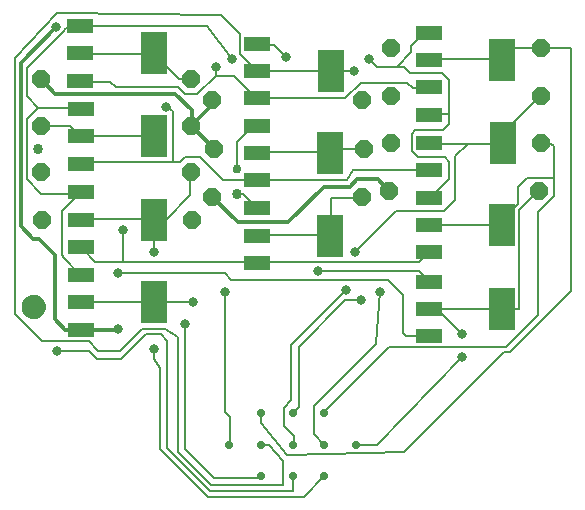
<source format=gbl>
G75*
%MOIN*%
%OFA0B0*%
%FSLAX25Y25*%
%IPPOS*%
%LPD*%
%AMOC8*
5,1,8,0,0,1.08239X$1,22.5*
%
%ADD10C,0.04000*%
%ADD11C,0.02781*%
%ADD12OC8,0.06000*%
%ADD13R,0.08800X0.04800*%
%ADD14R,0.08661X0.14173*%
%ADD15C,0.00600*%
%ADD16C,0.03378*%
%ADD17C,0.01200*%
%ADD18C,0.03181*%
%ADD19C,0.03024*%
D10*
X0012817Y0092581D02*
X0012819Y0092669D01*
X0012825Y0092757D01*
X0012835Y0092845D01*
X0012849Y0092933D01*
X0012866Y0093019D01*
X0012888Y0093105D01*
X0012913Y0093189D01*
X0012943Y0093273D01*
X0012975Y0093355D01*
X0013012Y0093435D01*
X0013052Y0093514D01*
X0013096Y0093591D01*
X0013143Y0093666D01*
X0013193Y0093738D01*
X0013247Y0093809D01*
X0013303Y0093876D01*
X0013363Y0093942D01*
X0013425Y0094004D01*
X0013491Y0094064D01*
X0013558Y0094120D01*
X0013629Y0094174D01*
X0013701Y0094224D01*
X0013776Y0094271D01*
X0013853Y0094315D01*
X0013932Y0094355D01*
X0014012Y0094392D01*
X0014094Y0094424D01*
X0014178Y0094454D01*
X0014262Y0094479D01*
X0014348Y0094501D01*
X0014434Y0094518D01*
X0014522Y0094532D01*
X0014610Y0094542D01*
X0014698Y0094548D01*
X0014786Y0094550D01*
X0014874Y0094548D01*
X0014962Y0094542D01*
X0015050Y0094532D01*
X0015138Y0094518D01*
X0015224Y0094501D01*
X0015310Y0094479D01*
X0015394Y0094454D01*
X0015478Y0094424D01*
X0015560Y0094392D01*
X0015640Y0094355D01*
X0015719Y0094315D01*
X0015796Y0094271D01*
X0015871Y0094224D01*
X0015943Y0094174D01*
X0016014Y0094120D01*
X0016081Y0094064D01*
X0016147Y0094004D01*
X0016209Y0093942D01*
X0016269Y0093876D01*
X0016325Y0093809D01*
X0016379Y0093738D01*
X0016429Y0093666D01*
X0016476Y0093591D01*
X0016520Y0093514D01*
X0016560Y0093435D01*
X0016597Y0093355D01*
X0016629Y0093273D01*
X0016659Y0093189D01*
X0016684Y0093105D01*
X0016706Y0093019D01*
X0016723Y0092933D01*
X0016737Y0092845D01*
X0016747Y0092757D01*
X0016753Y0092669D01*
X0016755Y0092581D01*
X0016753Y0092493D01*
X0016747Y0092405D01*
X0016737Y0092317D01*
X0016723Y0092229D01*
X0016706Y0092143D01*
X0016684Y0092057D01*
X0016659Y0091973D01*
X0016629Y0091889D01*
X0016597Y0091807D01*
X0016560Y0091727D01*
X0016520Y0091648D01*
X0016476Y0091571D01*
X0016429Y0091496D01*
X0016379Y0091424D01*
X0016325Y0091353D01*
X0016269Y0091286D01*
X0016209Y0091220D01*
X0016147Y0091158D01*
X0016081Y0091098D01*
X0016014Y0091042D01*
X0015943Y0090988D01*
X0015871Y0090938D01*
X0015796Y0090891D01*
X0015719Y0090847D01*
X0015640Y0090807D01*
X0015560Y0090770D01*
X0015478Y0090738D01*
X0015394Y0090708D01*
X0015310Y0090683D01*
X0015224Y0090661D01*
X0015138Y0090644D01*
X0015050Y0090630D01*
X0014962Y0090620D01*
X0014874Y0090614D01*
X0014786Y0090612D01*
X0014698Y0090614D01*
X0014610Y0090620D01*
X0014522Y0090630D01*
X0014434Y0090644D01*
X0014348Y0090661D01*
X0014262Y0090683D01*
X0014178Y0090708D01*
X0014094Y0090738D01*
X0014012Y0090770D01*
X0013932Y0090807D01*
X0013853Y0090847D01*
X0013776Y0090891D01*
X0013701Y0090938D01*
X0013629Y0090988D01*
X0013558Y0091042D01*
X0013491Y0091098D01*
X0013425Y0091158D01*
X0013363Y0091220D01*
X0013303Y0091286D01*
X0013247Y0091353D01*
X0013193Y0091424D01*
X0013143Y0091496D01*
X0013096Y0091571D01*
X0013052Y0091648D01*
X0013012Y0091727D01*
X0012975Y0091807D01*
X0012943Y0091889D01*
X0012913Y0091973D01*
X0012888Y0092057D01*
X0012866Y0092143D01*
X0012849Y0092229D01*
X0012835Y0092317D01*
X0012825Y0092405D01*
X0012819Y0092493D01*
X0012817Y0092581D01*
D11*
X0079943Y0046676D03*
X0090494Y0046676D03*
X0090494Y0057227D03*
X0101046Y0057227D03*
X0111557Y0057227D03*
X0111597Y0046676D03*
X0122148Y0046676D03*
X0111597Y0036124D03*
X0101046Y0036124D03*
X0090494Y0036124D03*
X0101046Y0046676D03*
D12*
X0067502Y0121557D03*
X0074353Y0129195D03*
X0067187Y0137581D03*
X0074983Y0145416D03*
X0067345Y0153014D03*
X0074195Y0161479D03*
X0067187Y0168447D03*
X0017187Y0168447D03*
X0017345Y0153014D03*
X0017187Y0137581D03*
X0017502Y0121557D03*
X0124353Y0129195D03*
X0133250Y0131321D03*
X0124983Y0145416D03*
X0134038Y0147109D03*
X0124195Y0161479D03*
X0133880Y0163014D03*
X0133880Y0179077D03*
X0183880Y0179077D03*
X0183880Y0163014D03*
X0184038Y0147109D03*
X0183250Y0131321D03*
D13*
X0146405Y0129083D03*
X0146641Y0138284D03*
X0146641Y0147384D03*
X0146641Y0156484D03*
X0146405Y0165843D03*
X0146405Y0174943D03*
X0146405Y0184043D03*
X0089318Y0180421D03*
X0089318Y0171321D03*
X0089318Y0162221D03*
X0089239Y0153020D03*
X0089239Y0143920D03*
X0089239Y0134820D03*
X0089161Y0125461D03*
X0089161Y0116361D03*
X0089161Y0107261D03*
X0146405Y0110883D03*
X0146405Y0119983D03*
X0146562Y0101051D03*
X0146562Y0091951D03*
X0146562Y0082851D03*
X0030578Y0085056D03*
X0030578Y0094156D03*
X0030578Y0103256D03*
X0030499Y0112615D03*
X0030499Y0121715D03*
X0030499Y0130815D03*
X0030578Y0140331D03*
X0030578Y0149431D03*
X0030578Y0158531D03*
X0030342Y0168048D03*
X0030342Y0177148D03*
X0030342Y0186248D03*
D14*
X0054743Y0177148D03*
X0054979Y0149431D03*
X0054900Y0121715D03*
X0054979Y0094156D03*
X0113561Y0116361D03*
X0113640Y0143920D03*
X0113719Y0171321D03*
X0170806Y0174943D03*
X0171042Y0147384D03*
X0170806Y0119983D03*
X0170963Y0091951D03*
D15*
X0056991Y0072266D02*
X0056991Y0045180D01*
X0072896Y0029274D01*
X0104746Y0029274D01*
X0111597Y0036124D01*
X0101046Y0036124D02*
X0101046Y0031203D01*
X0100928Y0031164D01*
X0073683Y0031164D01*
X0059353Y0045494D01*
X0059353Y0081400D01*
X0057148Y0083605D01*
X0052109Y0083605D01*
X0043850Y0075346D01*
X0035957Y0075346D01*
X0033280Y0078024D01*
X0022660Y0078024D01*
X0017463Y0081243D02*
X0033054Y0081243D01*
X0036361Y0077935D01*
X0043447Y0077935D01*
X0050849Y0085337D01*
X0058565Y0085337D01*
X0062975Y0082502D01*
X0062975Y0044235D01*
X0073998Y0033211D01*
X0097778Y0033211D01*
X0097778Y0041243D01*
X0093132Y0046676D01*
X0090494Y0046676D01*
X0090396Y0046676D01*
X0090494Y0053959D02*
X0090494Y0057227D01*
X0090494Y0053959D02*
X0099294Y0043270D01*
X0138132Y0044215D01*
X0171469Y0077551D01*
X0172885Y0077551D01*
X0172954Y0077620D01*
X0173526Y0077620D01*
X0193743Y0097837D01*
X0193743Y0179057D01*
X0183900Y0179057D01*
X0183880Y0179077D01*
X0183408Y0179057D01*
X0175042Y0179057D01*
X0171105Y0175120D01*
X0170806Y0174943D01*
X0170613Y0175120D01*
X0146498Y0175120D01*
X0146405Y0174943D01*
X0151006Y0170691D02*
X0140298Y0170691D01*
X0138250Y0172739D01*
X0135731Y0172739D01*
X0140613Y0177620D01*
X0140613Y0179668D01*
X0144929Y0183984D01*
X0146037Y0183984D01*
X0146405Y0184043D01*
X0146037Y0183984D02*
X0146006Y0183979D01*
X0135731Y0172739D02*
X0129057Y0172739D01*
X0126400Y0175396D01*
X0121518Y0171164D02*
X0115987Y0171183D01*
X0114018Y0171183D01*
X0113719Y0171321D01*
X0113526Y0171183D01*
X0089412Y0171183D01*
X0089318Y0171321D01*
X0083605Y0177035D01*
X0083605Y0183447D01*
X0077104Y0189948D01*
X0022389Y0190578D01*
X0008487Y0175731D01*
X0008487Y0090219D01*
X0017463Y0081243D01*
X0030357Y0085061D02*
X0030578Y0085056D01*
X0030849Y0085061D01*
X0030578Y0094156D02*
X0030849Y0094412D01*
X0054963Y0094412D01*
X0054979Y0094156D01*
X0055455Y0094412D01*
X0067758Y0094412D01*
X0065327Y0086804D02*
X0065195Y0052107D01*
X0065169Y0045347D01*
X0074943Y0035573D01*
X0089943Y0035573D01*
X0090494Y0036124D01*
X0100731Y0036341D02*
X0100889Y0036232D01*
X0101046Y0036124D01*
X0101085Y0046676D02*
X0101046Y0046676D01*
X0101085Y0046676D02*
X0101400Y0046991D01*
X0101400Y0049746D01*
X0098093Y0053054D01*
X0098093Y0059038D01*
X0100691Y0061636D01*
X0100691Y0080061D01*
X0119038Y0098408D01*
X0118565Y0094786D02*
X0123762Y0094786D01*
X0118565Y0094786D02*
X0103132Y0079353D01*
X0103132Y0059313D01*
X0101046Y0057227D01*
X0108172Y0059510D02*
X0108172Y0050101D01*
X0111597Y0046676D01*
X0112050Y0046676D01*
X0122148Y0046676D02*
X0129353Y0046676D01*
X0157620Y0076046D01*
X0157620Y0083605D02*
X0149274Y0091951D01*
X0146562Y0091951D01*
X0170963Y0091951D01*
X0176518Y0091951D01*
X0176518Y0124924D01*
X0182916Y0131321D01*
X0183250Y0131321D01*
X0179195Y0135731D02*
X0188172Y0135731D01*
X0188172Y0146243D01*
X0187345Y0147069D01*
X0184392Y0147069D01*
X0184038Y0147109D01*
X0188172Y0135731D02*
X0188172Y0129431D01*
X0182916Y0124176D01*
X0182916Y0089845D01*
X0172222Y0079151D01*
X0141624Y0079151D01*
X0141619Y0079156D01*
X0133211Y0079156D01*
X0111557Y0057502D01*
X0111557Y0057227D01*
X0108172Y0059510D02*
X0128959Y0080298D01*
X0130061Y0097709D01*
X0132739Y0101557D02*
X0137778Y0096518D01*
X0137778Y0084077D01*
X0139038Y0082817D01*
X0139072Y0082851D01*
X0146562Y0082851D01*
X0146498Y0083093D01*
X0144530Y0085061D01*
X0145514Y0091951D02*
X0146562Y0091951D01*
X0146562Y0101051D02*
X0143162Y0104451D01*
X0109589Y0104451D01*
X0113561Y0116361D02*
X0114018Y0116557D01*
X0114018Y0128861D01*
X0124353Y0128861D01*
X0124353Y0129195D01*
X0119309Y0134829D02*
X0116561Y0134829D01*
X0115135Y0134820D01*
X0089239Y0134820D01*
X0077744Y0134820D01*
X0070061Y0142502D01*
X0065337Y0142502D01*
X0063605Y0140770D01*
X0061439Y0140770D01*
X0061361Y0140849D01*
X0031095Y0140849D01*
X0030578Y0140331D01*
X0030849Y0140672D01*
X0031341Y0141164D01*
X0031735Y0140770D01*
X0030578Y0149431D02*
X0030849Y0149530D01*
X0054963Y0149530D01*
X0054979Y0149431D01*
X0061361Y0157896D02*
X0061361Y0140849D01*
X0067187Y0137581D02*
X0067266Y0137227D01*
X0066912Y0136872D01*
X0066912Y0129904D01*
X0058723Y0121715D01*
X0054900Y0121715D01*
X0054900Y0110943D01*
X0054825Y0110869D01*
X0054963Y0121479D02*
X0056124Y0121479D01*
X0054963Y0121479D02*
X0054900Y0121715D01*
X0054471Y0121971D01*
X0030849Y0121971D01*
X0030499Y0121715D01*
X0024235Y0124550D02*
X0024235Y0109860D01*
X0024837Y0108843D01*
X0030357Y0103323D01*
X0030357Y0103270D02*
X0030578Y0103256D01*
X0035278Y0107699D02*
X0044628Y0107699D01*
X0044628Y0118250D01*
X0044628Y0107699D02*
X0088920Y0107699D01*
X0089161Y0107261D01*
X0089412Y0107699D01*
X0143054Y0107699D01*
X0146006Y0110652D01*
X0146405Y0119983D02*
X0146498Y0120002D01*
X0170613Y0120002D01*
X0170806Y0119983D01*
X0174918Y0124095D01*
X0174918Y0125586D01*
X0176203Y0126871D01*
X0176203Y0132739D01*
X0179195Y0135731D01*
X0170613Y0147069D02*
X0171042Y0147384D01*
X0171105Y0147561D01*
X0171105Y0150514D01*
X0183408Y0162817D01*
X0183880Y0163014D01*
X0170613Y0147069D02*
X0159510Y0147069D01*
X0155258Y0142817D01*
X0155258Y0128329D01*
X0151479Y0124550D01*
X0135652Y0124550D01*
X0121892Y0110790D01*
X0113561Y0116361D02*
X0113526Y0116557D01*
X0089412Y0116557D01*
X0089161Y0116361D01*
X0089161Y0125461D02*
X0088920Y0125908D01*
X0084609Y0130219D01*
X0082502Y0130219D01*
X0088920Y0134766D02*
X0089239Y0134820D01*
X0089678Y0135258D01*
X0089412Y0135258D02*
X0089239Y0134820D01*
X0082522Y0138644D02*
X0082522Y0147719D01*
X0087778Y0152975D01*
X0088920Y0152975D01*
X0089239Y0153020D01*
X0089318Y0162221D02*
X0118599Y0162221D01*
X0123762Y0167384D01*
X0139353Y0167384D01*
X0141085Y0165652D01*
X0146213Y0165652D01*
X0146405Y0165843D01*
X0146006Y0166262D01*
X0145022Y0167246D01*
X0151006Y0170691D02*
X0153369Y0168329D01*
X0153369Y0156833D01*
X0146695Y0156833D01*
X0146282Y0156420D01*
X0146498Y0156420D01*
X0146641Y0156484D01*
X0146991Y0156912D01*
X0146282Y0156420D02*
X0143703Y0156420D01*
X0143605Y0156518D01*
X0141872Y0151479D02*
X0140770Y0150376D01*
X0140770Y0144550D01*
X0142817Y0142502D01*
X0151794Y0142502D01*
X0153211Y0141085D01*
X0153211Y0135258D01*
X0147306Y0129353D01*
X0146498Y0129353D02*
X0146405Y0129083D01*
X0146410Y0138122D02*
X0133241Y0138122D01*
X0133211Y0138093D01*
X0121156Y0138093D01*
X0119309Y0134829D01*
X0114018Y0144117D02*
X0113640Y0143920D01*
X0113526Y0144117D01*
X0089412Y0144117D01*
X0089239Y0143920D01*
X0089318Y0162221D02*
X0089412Y0162325D01*
X0089318Y0162221D02*
X0088920Y0162325D01*
X0081498Y0169746D01*
X0075416Y0169746D01*
X0075416Y0172463D01*
X0075416Y0169746D02*
X0069353Y0163683D01*
X0065101Y0163683D01*
X0062975Y0165809D01*
X0042187Y0165809D01*
X0040258Y0167739D01*
X0030357Y0167739D01*
X0030342Y0168048D01*
X0030072Y0159038D02*
X0016203Y0159038D01*
X0012581Y0155258D01*
X0012581Y0148878D01*
X0012576Y0135102D01*
X0017342Y0130337D01*
X0030357Y0130337D01*
X0030499Y0130815D01*
X0024235Y0124550D01*
X0030061Y0130376D02*
X0030499Y0130815D01*
X0030499Y0112615D02*
X0030849Y0112128D01*
X0035278Y0107699D01*
X0042817Y0103762D02*
X0078408Y0103762D01*
X0080613Y0101557D01*
X0132739Y0101557D01*
X0146498Y0101302D02*
X0146562Y0101051D01*
X0170806Y0119983D02*
X0171105Y0120002D01*
X0146641Y0138284D02*
X0146498Y0138211D01*
X0146410Y0138122D01*
X0146991Y0147069D02*
X0146641Y0147384D01*
X0146991Y0147069D02*
X0159510Y0147069D01*
X0153369Y0153526D02*
X0153369Y0156833D01*
X0153369Y0153526D02*
X0151321Y0151479D01*
X0141872Y0151479D01*
X0134195Y0147561D02*
X0134038Y0147109D01*
X0124983Y0145416D02*
X0124845Y0145101D01*
X0115002Y0145101D01*
X0114018Y0144117D01*
X0089318Y0171321D02*
X0088920Y0171676D01*
X0089530Y0179924D02*
X0094884Y0179924D01*
X0098782Y0176026D01*
X0089530Y0179924D02*
X0089412Y0180042D01*
X0089318Y0180421D01*
X0080908Y0175278D02*
X0072615Y0186248D01*
X0030342Y0186248D01*
X0026406Y0186248D01*
X0024940Y0184783D01*
X0024940Y0184612D01*
X0023247Y0182919D01*
X0023076Y0182919D01*
X0012581Y0172266D01*
X0012581Y0162817D01*
X0016203Y0159038D01*
X0017345Y0153014D02*
X0017561Y0152975D01*
X0026912Y0152975D01*
X0030357Y0149530D01*
X0030578Y0149431D01*
X0030578Y0158531D02*
X0030072Y0159038D01*
X0030357Y0158880D02*
X0030578Y0158531D01*
X0017561Y0168231D02*
X0017187Y0168447D01*
X0030357Y0177089D02*
X0030342Y0177148D01*
X0030357Y0177089D02*
X0054471Y0177089D01*
X0054743Y0177148D01*
X0054963Y0177089D01*
X0063329Y0168723D01*
X0066774Y0168723D01*
X0067187Y0168447D01*
X0069353Y0163683D02*
X0069274Y0163605D01*
X0074195Y0161479D02*
X0074156Y0161341D01*
X0061361Y0157896D02*
X0058743Y0159412D01*
X0030357Y0185947D02*
X0030342Y0186248D01*
X0029865Y0185947D01*
X0029097Y0185947D01*
X0078408Y0097463D02*
X0078565Y0057463D01*
X0080140Y0055888D01*
X0080140Y0046872D01*
X0079943Y0046676D01*
X0101085Y0046676D02*
X0101223Y0046676D01*
X0056991Y0072266D02*
X0054786Y0075416D01*
X0054786Y0078565D01*
D16*
X0082502Y0130219D03*
X0016361Y0145180D03*
D17*
X0022030Y0163605D02*
X0062030Y0163605D01*
X0067384Y0158250D01*
X0067384Y0153014D01*
X0074983Y0145416D01*
X0067384Y0153014D02*
X0067345Y0153014D01*
X0074156Y0159825D01*
X0074156Y0161341D01*
X0087823Y0153020D02*
X0089239Y0153020D01*
X0111636Y0132739D02*
X0120298Y0132739D01*
X0122660Y0135101D01*
X0129471Y0135101D01*
X0133250Y0131321D01*
X0146498Y0129353D02*
X0147306Y0129353D01*
X0146991Y0156912D02*
X0149195Y0156912D01*
X0111636Y0132739D02*
X0099668Y0120770D01*
X0082778Y0120770D01*
X0074353Y0129195D01*
X0087261Y0125461D02*
X0089161Y0125461D01*
X0042975Y0085337D02*
X0042694Y0085056D01*
X0030578Y0085056D01*
X0030357Y0085061D02*
X0025140Y0085061D01*
X0021715Y0088487D01*
X0021715Y0110061D01*
X0016518Y0115258D01*
X0014628Y0115258D01*
X0010534Y0119668D01*
X0010534Y0173821D01*
X0022050Y0185809D01*
X0017187Y0168447D02*
X0022030Y0163605D01*
X0030357Y0103323D02*
X0030357Y0103270D01*
D18*
X0042817Y0103762D03*
X0054825Y0110869D03*
X0044628Y0118250D03*
X0067758Y0094412D03*
X0065327Y0086804D03*
X0054786Y0078565D03*
X0042975Y0085337D03*
X0022660Y0078024D03*
X0078408Y0097463D03*
X0109589Y0104451D03*
X0119038Y0098408D03*
X0123762Y0094786D03*
X0130061Y0097709D03*
X0121892Y0110790D03*
X0157620Y0083605D03*
X0157620Y0076046D03*
X0121518Y0171164D03*
X0126400Y0175396D03*
X0098782Y0176026D03*
X0080908Y0175278D03*
X0075416Y0172463D03*
X0058743Y0159412D03*
X0022050Y0185809D03*
D19*
X0082522Y0138644D03*
M02*

</source>
